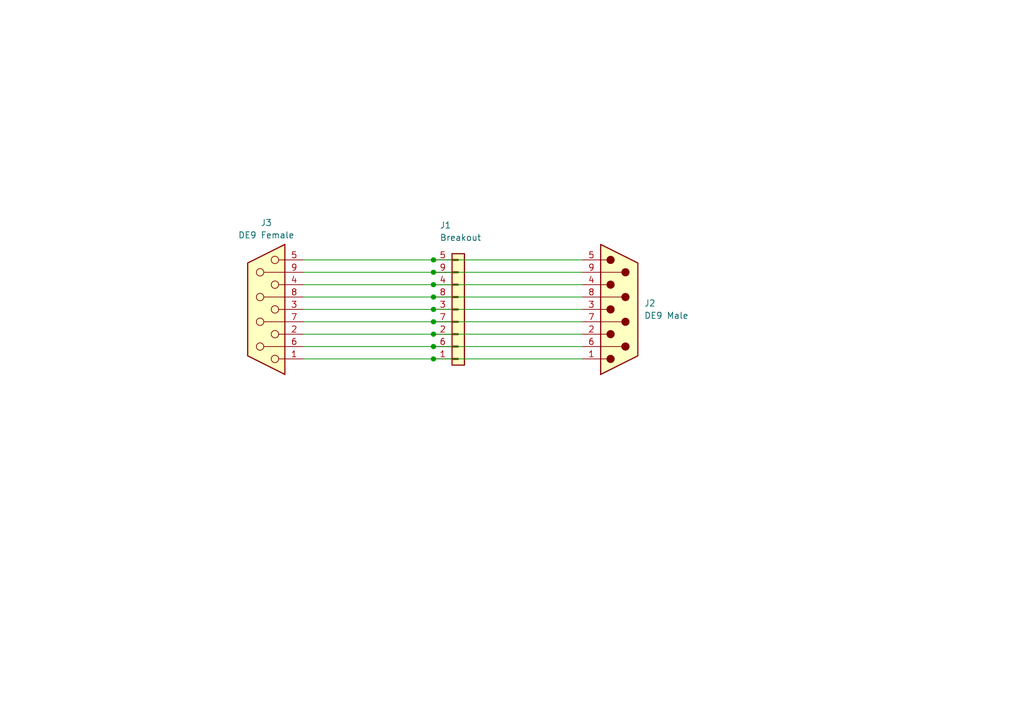
<source format=kicad_sch>
(kicad_sch (version 20250114) (generator "eeschema") (generator_version "9.0")
  (paper "A5")
  (title_block (title "DE9 Breakout Board") (date "26/NOV/2025") (rev "A") (company "Brett Hallen") (comment 1 "www.youtube.com/@Brfff"))
  (lib_symbols
    (symbol "Connector:DE9_Pins" (pin_names (offset 1.016) (hide yes))
      (property "Reference" "J" (at 0 13.97 0))
      (property "Value" "DE9_Pins" (at 0 -14.605 0))
      (symbol "DE9_Pins_0_1"
        (polyline (pts (xy -3.81 10.16) (xy -2.54 10.16)))
        (polyline (pts (xy -3.81 7.62) (xy 0.508 7.62)))
        (polyline (pts (xy -3.81 5.08) (xy -2.54 5.08)))
        (polyline (pts (xy -3.81 2.54) (xy 0.508 2.54)))
        (polyline (pts (xy -3.81 0) (xy -2.54 0)))
        (polyline (pts (xy -3.81 -2.54) (xy 0.508 -2.54)))
        (polyline (pts (xy -3.81 -5.08) (xy -2.54 -5.08)))
        (polyline (pts (xy -3.81 -7.62) (xy 0.508 -7.62)))
        (polyline (pts (xy -3.81 -10.16) (xy -2.54 -10.16)))
        (polyline (pts (xy -3.81 -13.335) (xy -3.81 13.335) (xy 3.81 9.525) (xy 3.81 -9.525) (xy -3.81 -13.335)) (stroke (width 0.254)) (fill (type background)))
        (circle (center -1.778 10.16) (radius 0.762) (fill (type outline)))
        (circle (center -1.778 5.08) (radius 0.762) (fill (type outline)))
        (circle (center -1.778 0) (radius 0.762) (fill (type outline)))
        (circle (center -1.778 -5.08) (radius 0.762) (fill (type outline)))
        (circle (center -1.778 -10.16) (radius 0.762) (fill (type outline)))
        (circle (center 1.27 7.62) (radius 0.762) (fill (type outline)))
        (circle (center 1.27 2.54) (radius 0.762) (fill (type outline)))
        (circle (center 1.27 -2.54) (radius 0.762) (fill (type outline)))
        (circle (center 1.27 -7.62) (radius 0.762) (fill (type outline)))
      )
      (symbol "DE9_Pins_1_1"
        (pin passive line (at -7.62 10.16 0) (length 3.81) (name "5") (number "5"))
        (pin passive line (at -7.62 7.62 0) (length 3.81) (name "9") (number "9"))
        (pin passive line (at -7.62 5.08 0) (length 3.81) (name "4") (number "4"))
        (pin passive line (at -7.62 2.54 0) (length 3.81) (name "8") (number "8"))
        (pin passive line (at -7.62 0 0) (length 3.81) (name "3") (number "3"))
        (pin passive line (at -7.62 -2.54 0) (length 3.81) (name "7") (number "7"))
        (pin passive line (at -7.62 -5.08 0) (length 3.81) (name "2") (number "2"))
        (pin passive line (at -7.62 -7.62 0) (length 3.81) (name "6") (number "6"))
        (pin passive line (at -7.62 -10.16 0) (length 3.81) (name "1") (number "1"))
      )
    )
    (symbol "Connector:DE9_Socket" (pin_names (offset 1.016) (hide yes))
      (property "Reference" "J" (at 0 13.97 0))
      (property "Value" "DE9_Socket" (at 0 -14.605 0))
      (symbol "DE9_Socket_0_1"
        (polyline (pts (xy -3.81 13.335) (xy -3.81 -13.335) (xy 3.81 -9.525) (xy 3.81 9.525) (xy -3.81 13.335)) (stroke (width 0.254)) (fill (type background)))
        (polyline (pts (xy -3.81 10.16) (xy -2.54 10.16)))
        (polyline (pts (xy -3.81 7.62) (xy 0.508 7.62)))
        (polyline (pts (xy -3.81 5.08) (xy -2.54 5.08)))
        (polyline (pts (xy -3.81 2.54) (xy 0.508 2.54)))
        (polyline (pts (xy -3.81 0) (xy -2.54 0)))
        (polyline (pts (xy -3.81 -2.54) (xy 0.508 -2.54)))
        (polyline (pts (xy -3.81 -5.08) (xy -2.54 -5.08)))
        (polyline (pts (xy -3.81 -7.62) (xy 0.508 -7.62)))
        (polyline (pts (xy -3.81 -10.16) (xy -2.54 -10.16)))
        (circle (center -1.778 10.16) (radius 0.762))
        (circle (center -1.778 5.08) (radius 0.762))
        (circle (center -1.778 0) (radius 0.762))
        (circle (center -1.778 -5.08) (radius 0.762))
        (circle (center -1.778 -10.16) (radius 0.762))
        (circle (center 1.27 7.62) (radius 0.762))
        (circle (center 1.27 2.54) (radius 0.762))
        (circle (center 1.27 -2.54) (radius 0.762))
        (circle (center 1.27 -7.62) (radius 0.762))
      )
      (symbol "DE9_Socket_1_1"
        (pin passive line (at -7.62 10.16 0) (length 3.81) (name "1") (number "1"))
        (pin passive line (at -7.62 7.62 0) (length 3.81) (name "6") (number "6"))
        (pin passive line (at -7.62 5.08 0) (length 3.81) (name "2") (number "2"))
        (pin passive line (at -7.62 2.54 0) (length 3.81) (name "7") (number "7"))
        (pin passive line (at -7.62 0 0) (length 3.81) (name "3") (number "3"))
        (pin passive line (at -7.62 -2.54 0) (length 3.81) (name "8") (number "8"))
        (pin passive line (at -7.62 -5.08 0) (length 3.81) (name "4") (number "4"))
        (pin passive line (at -7.62 -7.62 0) (length 3.81) (name "9") (number "9"))
        (pin passive line (at -7.62 -10.16 0) (length 3.81) (name "5") (number "5"))
      )
    )
    (symbol "Connector_Generic:Conn_01x09" (pin_names (offset 1.016) (hide yes))
      (property "Reference" "J1" (at -3.81 17.272 0))
      (property "Value" "Breakout" (at -3.81 14.732 0))
      (symbol "Conn_01x09_1_1"
        (rectangle (start -1.27 11.43) (end 1.27 -11.43) (stroke (width 0.254)) (fill (type background)))
        (rectangle (start -1.27 10.287) (end 0 10.033) (stroke (width 0.1524)))
        (rectangle (start -1.27 7.747) (end 0 7.493) (stroke (width 0.1524)))
        (rectangle (start -1.27 5.207) (end 0 4.953) (stroke (width 0.1524)))
        (rectangle (start -1.27 2.667) (end 0 2.413) (stroke (width 0.1524)))
        (rectangle (start -1.27 0.127) (end 0 -0.127) (stroke (width 0.1524)))
        (rectangle (start -1.27 -2.413) (end 0 -2.667) (stroke (width 0.1524)))
        (rectangle (start -1.27 -4.953) (end 0 -5.207) (stroke (width 0.1524)))
        (rectangle (start -1.27 -7.493) (end 0 -7.747) (stroke (width 0.1524)))
        (rectangle (start -1.27 -10.033) (end 0 -10.287) (stroke (width 0.1524)))
        (pin passive line (at -5.08 10.16 0) (length 3.81) (name "Pin_5") (number "5"))
        (pin passive line (at -5.08 7.62 0) (length 3.81) (name "Pin_9") (number "9"))
        (pin passive line (at -5.08 5.08 0) (length 3.81) (name "Pin_4") (number "4"))
        (pin passive line (at -5.08 2.54 0) (length 3.81) (name "Pin_8") (number "8"))
        (pin passive line (at -5.08 0 0) (length 3.81) (name "Pin_3") (number "3"))
        (pin passive line (at -5.08 -2.54 0) (length 3.81) (name "Pin_7") (number "7"))
        (pin passive line (at -5.08 -5.08 0) (length 3.81) (name "Pin_2") (number "2"))
        (pin passive line (at -5.08 -7.62 0) (length 3.81) (name "Pin_6") (number "6"))
        (pin passive line (at -5.08 -10.16 0) (length 3.81) (name "Pin_1") (number "1"))
      )
    )
  )
  (junction (at 88.9 58.42))
  (junction (at 88.9 55.88))
  (junction (at 88.9 60.96))
  (junction (at 88.9 71.12))
  (junction (at 88.9 63.5))
  (junction (at 88.9 66.04))
  (junction (at 88.9 73.66))
  (junction (at 88.9 53.34))
  (junction (at 88.9 68.58))
  (wire (pts (xy 62.23 60.96) (xy 88.9 60.96)))
  (wire (pts (xy 88.9 66.04) (xy 119.38 66.04)))
  (wire (pts (xy 62.23 58.42) (xy 88.9 58.42)))
  (wire (pts (xy 62.23 73.66) (xy 88.9 73.66)))
  (wire (pts (xy 62.23 68.58) (xy 88.9 68.58)))
  (wire (pts (xy 88.9 73.66) (xy 119.38 73.66)))
  (wire (pts (xy 62.23 71.12) (xy 88.9 71.12)))
  (wire (pts (xy 62.23 53.34) (xy 88.9 53.34)))
  (wire (pts (xy 88.9 71.12) (xy 119.38 71.12)))
  (wire (pts (xy 62.23 55.88) (xy 88.9 55.88)))
  (wire (pts (xy 88.9 63.5) (xy 119.38 63.5)))
  (wire (pts (xy 62.23 63.5) (xy 88.9 63.5)))
  (wire (pts (xy 88.9 58.42) (xy 119.38 58.42)))
  (wire (pts (xy 88.9 60.96) (xy 119.38 60.96)))
  (wire (pts (xy 62.23 66.04) (xy 88.9 66.04)))
  (wire (pts (xy 88.9 55.88) (xy 119.38 55.88)))
  (wire (pts (xy 88.9 68.58) (xy 119.38 68.58)))
  (wire (pts (xy 88.9 53.34) (xy 119.38 53.34)))
  (symbol (lib_id "Connector:DE9_Socket") (at 54.61 63.5 180) (unit 1)
    (property "Reference" "J3" (at 54.61 45.72 0))
    (property "Value" "DE9 Female" (at 54.61 48.26 0))
    (property "Footprint" "Connector_Dsub:DSUB-9_Socket_EdgeMount_P2.77mm" (effects (hide yes)))
    (property "Description" "9-pin D-SUB connector, socket (female)" (effects (hide yes)))
  )
  (symbol (lib_id "Connector_Generic:Conn_01x09") (at 93.98 63.5 0) (unit 1)
    (property "Reference" "J1" (at 90.17 46.228 0) (effects (justify left)))
    (property "Value" "Breakout" (at 90.17 48.768 0) (effects (justify left)))
    (property "Footprint" "Connector_PinHeader_2.54mm:PinHeader_1x09_P2.54mm_Vertical" (effects (hide yes)))
    (property "Description" "Generic connector, single row, 01x09, script generated (kicad-library-utils/schlib/autogen/connector/)" (effects (hide yes)))
  )
  (symbol (lib_id "Connector:DE9_Pins") (at 127 63.5 0) (unit 1)
    (property "Reference" "J2" (at 132.08 62.2299 0) (effects (justify left)))
    (property "Value" "DE9 Male" (at 132.08 64.7699 0) (effects (justify left)))
    (property "Footprint" "Connector_Dsub:DSUB-9_Pins_EdgeMount_P2.77mm" (effects (hide yes)))
    (property "Description" "9-pin D-SUB connector, pins (male)" (effects (hide yes)))
  )
)
</source>
